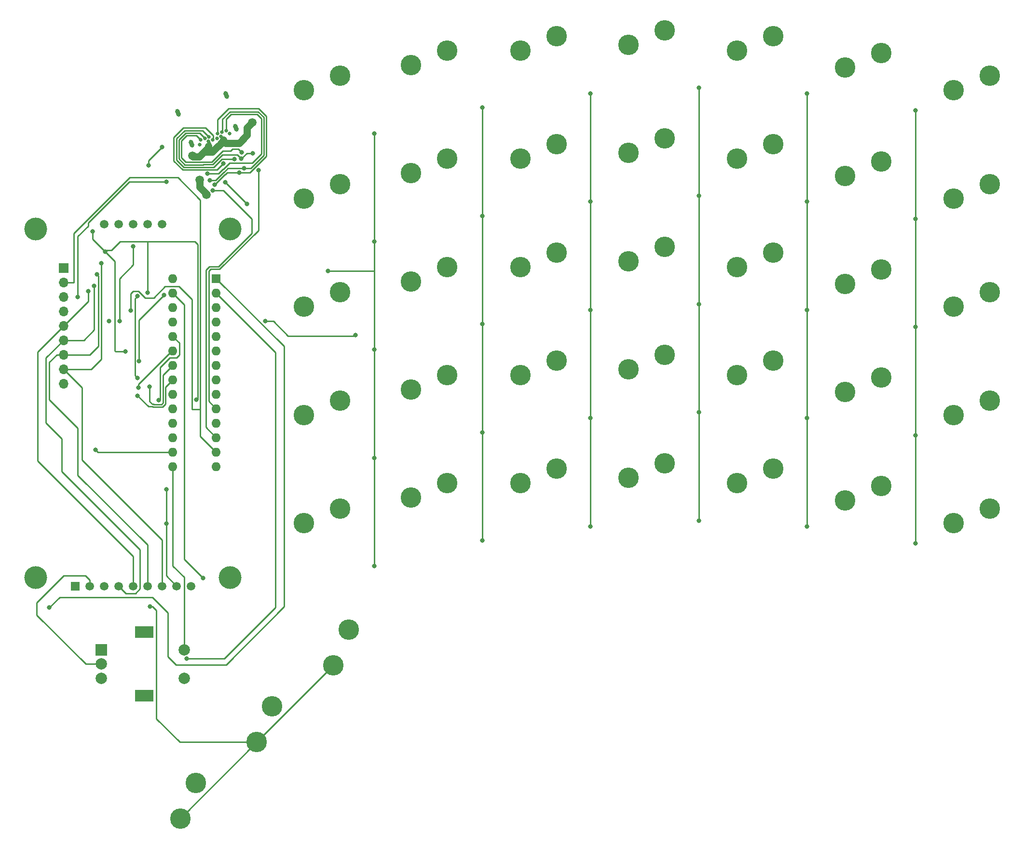
<source format=gbr>
%TF.GenerationSoftware,KiCad,Pcbnew,(6.0.7-1)-1*%
%TF.CreationDate,2022-10-21T15:59:20-04:00*%
%TF.ProjectId,Splitboard-B,53706c69-7462-46f6-9172-642d422e6b69,rev?*%
%TF.SameCoordinates,Original*%
%TF.FileFunction,Copper,L1,Top*%
%TF.FilePolarity,Positive*%
%FSLAX46Y46*%
G04 Gerber Fmt 4.6, Leading zero omitted, Abs format (unit mm)*
G04 Created by KiCad (PCBNEW (6.0.7-1)-1) date 2022-10-21 15:59:20*
%MOMM*%
%LPD*%
G01*
G04 APERTURE LIST*
G04 Aperture macros list*
%AMHorizOval*
0 Thick line with rounded ends*
0 $1 width*
0 $2 $3 position (X,Y) of the first rounded end (center of the circle)*
0 $4 $5 position (X,Y) of the second rounded end (center of the circle)*
0 Add line between two ends*
20,1,$1,$2,$3,$4,$5,0*
0 Add two circle primitives to create the rounded ends*
1,1,$1,$2,$3*
1,1,$1,$4,$5*%
G04 Aperture macros list end*
%TA.AperFunction,ComponentPad*%
%ADD10C,3.600000*%
%TD*%
%TA.AperFunction,ComponentPad*%
%ADD11C,4.000000*%
%TD*%
%TA.AperFunction,ComponentPad*%
%ADD12R,1.500000X1.500000*%
%TD*%
%TA.AperFunction,ComponentPad*%
%ADD13C,1.500000*%
%TD*%
%TA.AperFunction,ComponentPad*%
%ADD14R,2.000000X2.000000*%
%TD*%
%TA.AperFunction,ComponentPad*%
%ADD15C,2.000000*%
%TD*%
%TA.AperFunction,ComponentPad*%
%ADD16R,3.200000X2.000000*%
%TD*%
%TA.AperFunction,ComponentPad*%
%ADD17R,1.700000X1.700000*%
%TD*%
%TA.AperFunction,ComponentPad*%
%ADD18O,1.700000X1.700000*%
%TD*%
%TA.AperFunction,ComponentPad*%
%ADD19R,1.600000X1.600000*%
%TD*%
%TA.AperFunction,ComponentPad*%
%ADD20O,1.600000X1.600000*%
%TD*%
%TA.AperFunction,ComponentPad*%
%ADD21C,0.650000*%
%TD*%
%TA.AperFunction,ComponentPad*%
%ADD22HorizOval,0.800000X-0.102606X0.281908X0.102606X-0.281908X0*%
%TD*%
%TA.AperFunction,ViaPad*%
%ADD23C,0.800000*%
%TD*%
%TA.AperFunction,ViaPad*%
%ADD24C,1.500000*%
%TD*%
%TA.AperFunction,Conductor*%
%ADD25C,0.250000*%
%TD*%
%TA.AperFunction,Conductor*%
%ADD26C,1.250000*%
%TD*%
G04 APERTURE END LIST*
D10*
%TO.P,K28,1*%
%TO.N,/col3*%
X215190000Y-99460000D03*
%TO.P,K28,2*%
%TO.N,Net-(D28-Pad2)*%
X221540000Y-96920000D03*
%TD*%
%TO.P,K11,1*%
%TO.N,/col1*%
X158190000Y-53460000D03*
%TO.P,K11,2*%
%TO.N,Net-(D11-Pad2)*%
X164540000Y-50920000D03*
%TD*%
D11*
%TO.P,U1,*%
%TO.N,*%
X54110000Y-128000000D03*
X54110000Y-66800000D03*
X88210000Y-66800000D03*
X88210000Y-128000000D03*
D12*
%TO.P,U1,1,VCC*%
%TO.N,VBUS*%
X61000000Y-129500000D03*
D13*
%TO.P,U1,2,GND*%
%TO.N,GND*%
X63540000Y-129500000D03*
%TO.P,U1,3,~{CS}*%
%TO.N,/LCD2_CS*%
X66080000Y-129500000D03*
%TO.P,U1,4,RESET*%
%TO.N,/LCD2_RST*%
X68620000Y-129500000D03*
%TO.P,U1,5,D/~{C}*%
%TO.N,/LCD2_DC*%
X71160000Y-129500000D03*
%TO.P,U1,6,MOSI*%
%TO.N,/MOSI*%
X73700000Y-129500000D03*
%TO.P,U1,7,SCK*%
%TO.N,/SCK*%
X76240000Y-129500000D03*
%TO.P,U1,8,LED*%
%TO.N,+3.3V*%
X78780000Y-129500000D03*
%TO.P,U1,9,MISO*%
%TO.N,unconnected-(U1-Pad9)*%
X81320000Y-129500000D03*
%TO.P,U1,10,SD_CS*%
%TO.N,unconnected-(U1-Pad10)*%
X66080000Y-65980000D03*
%TO.P,U1,11,SD_MOSI*%
%TO.N,unconnected-(U1-Pad11)*%
X68620000Y-65980000D03*
%TO.P,U1,12,SD_MISO*%
%TO.N,unconnected-(U1-Pad12)*%
X71160000Y-65980000D03*
%TO.P,U1,13,SD_SCK*%
%TO.N,unconnected-(U1-Pad13)*%
X73700000Y-65980000D03*
%TO.P,U1,14,FLASH_CD*%
%TO.N,unconnected-(U1-Pad14)*%
X76240000Y-65980000D03*
%TD*%
D10*
%TO.P,K33,1*%
%TO.N,/col4*%
X177190000Y-111460000D03*
%TO.P,K33,2*%
%TO.N,Net-(D33-Pad2)*%
X183540000Y-108920000D03*
%TD*%
%TO.P,K20,1*%
%TO.N,/col2*%
X196190000Y-76460000D03*
%TO.P,K20,2*%
%TO.N,Net-(D20-Pad2)*%
X202540000Y-73920000D03*
%TD*%
%TO.P,K13,1*%
%TO.N,/col1*%
X196190000Y-57460000D03*
%TO.P,K13,2*%
%TO.N,Net-(D13-Pad2)*%
X202540000Y-54920000D03*
%TD*%
%TO.P,K7,1*%
%TO.N,/col0*%
X215190000Y-42460000D03*
%TO.P,K7,2*%
%TO.N,Net-(D7-Pad2)*%
X221540000Y-39920000D03*
%TD*%
%TO.P,K17,1*%
%TO.N,/col2*%
X139190000Y-73460000D03*
%TO.P,K17,2*%
%TO.N,Net-(D17-Pad2)*%
X145540000Y-70920000D03*
%TD*%
%TO.P,K16,1*%
%TO.N,/col2*%
X120000000Y-76000000D03*
%TO.P,K16,2*%
%TO.N,Net-(D16-Pad2)*%
X126350000Y-73460000D03*
%TD*%
%TO.P,K37,1*%
%TO.N,/col5*%
X92905137Y-156898026D03*
%TO.P,K37,2*%
%TO.N,Net-(D37-Pad2)*%
X95599214Y-150611846D03*
%TD*%
%TO.P,K2,1*%
%TO.N,/col0*%
X120000000Y-38000000D03*
%TO.P,K2,2*%
%TO.N,Net-(D2-Pad2)*%
X126350000Y-35460000D03*
%TD*%
%TO.P,K38,1*%
%TO.N,/col5*%
X106340166Y-143462997D03*
%TO.P,K38,2*%
%TO.N,Net-(D38-Pad2)*%
X109034243Y-137176817D03*
%TD*%
%TO.P,K5,1*%
%TO.N,/col0*%
X177190000Y-35460000D03*
%TO.P,K5,2*%
%TO.N,Net-(D5-Pad2)*%
X183540000Y-32920000D03*
%TD*%
%TO.P,K9,1*%
%TO.N,/col1*%
X120000000Y-57000000D03*
%TO.P,K9,2*%
%TO.N,Net-(D9-Pad2)*%
X126350000Y-54460000D03*
%TD*%
%TO.P,K32,1*%
%TO.N,/col4*%
X158190000Y-110460000D03*
%TO.P,K32,2*%
%TO.N,Net-(D32-Pad2)*%
X164540000Y-107920000D03*
%TD*%
%TO.P,K1,1*%
%TO.N,/col0*%
X101190000Y-42460000D03*
%TO.P,K1,2*%
%TO.N,Net-(D1-Pad2)*%
X107540000Y-39920000D03*
%TD*%
%TO.P,K26,1*%
%TO.N,/col3*%
X177190000Y-92460000D03*
%TO.P,K26,2*%
%TO.N,Net-(D26-Pad2)*%
X183540000Y-89920000D03*
%TD*%
D14*
%TO.P,SW1,A,A*%
%TO.N,Net-(R4-Pad2)*%
X65650000Y-140700000D03*
D15*
%TO.P,SW1,B,B*%
%TO.N,Net-(R6-Pad2)*%
X65650000Y-145700000D03*
%TO.P,SW1,C,C*%
%TO.N,GND*%
X65650000Y-143200000D03*
D16*
%TO.P,SW1,MP*%
%TO.N,N/C*%
X73150000Y-148800000D03*
X73150000Y-137600000D03*
D15*
%TO.P,SW1,S1,S1*%
%TO.N,/ENC_SW*%
X80150000Y-145700000D03*
%TO.P,SW1,S2,S2*%
%TO.N,GND*%
X80150000Y-140700000D03*
%TD*%
D10*
%TO.P,K4,1*%
%TO.N,/col0*%
X158190000Y-34460000D03*
%TO.P,K4,2*%
%TO.N,Net-(D4-Pad2)*%
X164540000Y-31920000D03*
%TD*%
%TO.P,K34,1*%
%TO.N,/col4*%
X196190000Y-114460000D03*
%TO.P,K34,2*%
%TO.N,Net-(D34-Pad2)*%
X202540000Y-111920000D03*
%TD*%
%TO.P,K30,1*%
%TO.N,/col4*%
X120000000Y-114000000D03*
%TO.P,K30,2*%
%TO.N,Net-(D30-Pad2)*%
X126350000Y-111460000D03*
%TD*%
%TO.P,K14,1*%
%TO.N,/col1*%
X215190000Y-61460000D03*
%TO.P,K14,2*%
%TO.N,Net-(D14-Pad2)*%
X221540000Y-58920000D03*
%TD*%
%TO.P,K12,1*%
%TO.N,/col1*%
X177190000Y-54460000D03*
%TO.P,K12,2*%
%TO.N,Net-(D12-Pad2)*%
X183540000Y-51920000D03*
%TD*%
%TO.P,K22,1*%
%TO.N,/col3*%
X101190000Y-99460000D03*
%TO.P,K22,2*%
%TO.N,Net-(D22-Pad2)*%
X107540000Y-96920000D03*
%TD*%
%TO.P,K6,1*%
%TO.N,/col0*%
X196190000Y-38460000D03*
%TO.P,K6,2*%
%TO.N,Net-(D6-Pad2)*%
X202540000Y-35920000D03*
%TD*%
%TO.P,K8,1*%
%TO.N,/col1*%
X101190000Y-61460000D03*
%TO.P,K8,2*%
%TO.N,Net-(D8-Pad2)*%
X107540000Y-58920000D03*
%TD*%
%TO.P,K18,1*%
%TO.N,/col2*%
X158190000Y-72460000D03*
%TO.P,K18,2*%
%TO.N,Net-(D18-Pad2)*%
X164540000Y-69920000D03*
%TD*%
%TO.P,K15,1*%
%TO.N,/col2*%
X101190000Y-80460000D03*
%TO.P,K15,2*%
%TO.N,Net-(D15-Pad2)*%
X107540000Y-77920000D03*
%TD*%
%TO.P,K21,1*%
%TO.N,/col2*%
X215190000Y-80460000D03*
%TO.P,K21,2*%
%TO.N,Net-(D21-Pad2)*%
X221540000Y-77920000D03*
%TD*%
%TO.P,K19,1*%
%TO.N,/col2*%
X177190000Y-73460000D03*
%TO.P,K19,2*%
%TO.N,Net-(D19-Pad2)*%
X183540000Y-70920000D03*
%TD*%
%TO.P,K25,1*%
%TO.N,/col3*%
X158190000Y-91460000D03*
%TO.P,K25,2*%
%TO.N,Net-(D25-Pad2)*%
X164540000Y-88920000D03*
%TD*%
%TO.P,K10,1*%
%TO.N,/col1*%
X139190000Y-54460000D03*
%TO.P,K10,2*%
%TO.N,Net-(D10-Pad2)*%
X145540000Y-51920000D03*
%TD*%
%TO.P,K31,1*%
%TO.N,/col4*%
X139190000Y-111460000D03*
%TO.P,K31,2*%
%TO.N,Net-(D31-Pad2)*%
X145540000Y-108920000D03*
%TD*%
%TO.P,K23,1*%
%TO.N,/col3*%
X120000000Y-95000000D03*
%TO.P,K23,2*%
%TO.N,Net-(D23-Pad2)*%
X126350000Y-92460000D03*
%TD*%
%TO.P,K29,1*%
%TO.N,/col4*%
X101190000Y-118460000D03*
%TO.P,K29,2*%
%TO.N,Net-(D29-Pad2)*%
X107540000Y-115920000D03*
%TD*%
%TO.P,K24,1*%
%TO.N,/col3*%
X139190000Y-92460000D03*
%TO.P,K24,2*%
%TO.N,Net-(D24-Pad2)*%
X145540000Y-89920000D03*
%TD*%
%TO.P,K36,1*%
%TO.N,/col5*%
X79470108Y-170333054D03*
%TO.P,K36,2*%
%TO.N,Net-(D36-Pad2)*%
X82164185Y-164046874D03*
%TD*%
%TO.P,K35,1*%
%TO.N,/col4*%
X215190000Y-118460000D03*
%TO.P,K35,2*%
%TO.N,Net-(D35-Pad2)*%
X221540000Y-115920000D03*
%TD*%
%TO.P,K27,1*%
%TO.N,/col3*%
X196190000Y-95460000D03*
%TO.P,K27,2*%
%TO.N,Net-(D27-Pad2)*%
X202540000Y-92920000D03*
%TD*%
%TO.P,K3,1*%
%TO.N,/col0*%
X139190000Y-35460000D03*
%TO.P,K3,2*%
%TO.N,Net-(D3-Pad2)*%
X145540000Y-32920000D03*
%TD*%
D17*
%TO.P,J2,1,Pin_1*%
%TO.N,+3.3V*%
X58975000Y-73650000D03*
D18*
%TO.P,J2,2,Pin_2*%
%TO.N,/SCL*%
X58975000Y-76190000D03*
%TO.P,J2,3,Pin_3*%
%TO.N,/SDA*%
X58975000Y-78730000D03*
%TO.P,J2,4,Pin_4*%
%TO.N,/LCD2_CS*%
X58975000Y-81270000D03*
%TO.P,J2,5,Pin_5*%
%TO.N,/LCD2_DC*%
X58975000Y-83810000D03*
%TO.P,J2,6,Pin_6*%
%TO.N,/LCD2_RST*%
X58975000Y-86350000D03*
%TO.P,J2,7,Pin_7*%
%TO.N,/MOSI*%
X58975000Y-88890000D03*
%TO.P,J2,8,Pin_8*%
%TO.N,/SCK*%
X58975000Y-91430000D03*
%TO.P,J2,9,Pin_9*%
%TO.N,GND*%
X58975000Y-93970000D03*
%TD*%
D19*
%TO.P,U2,1,GPB0*%
%TO.N,Net-(R9-Pad2)*%
X85800000Y-75500000D03*
D20*
%TO.P,U2,2,GPB1*%
%TO.N,Net-(R10-Pad2)*%
X85800000Y-78040000D03*
%TO.P,U2,3,GPB2*%
%TO.N,Net-(R11-Pad2)*%
X85800000Y-80580000D03*
%TO.P,U2,4,GPB3*%
%TO.N,Net-(R12-Pad2)*%
X85800000Y-83120000D03*
%TO.P,U2,5,GPB4*%
%TO.N,Net-(R13-Pad2)*%
X85800000Y-85660000D03*
%TO.P,U2,6,GPB5*%
%TO.N,Net-(R14-Pad2)*%
X85800000Y-88200000D03*
%TO.P,U2,7,GPB6*%
%TO.N,Net-(R15-Pad2)*%
X85800000Y-90740000D03*
%TO.P,U2,8,GPB7*%
%TO.N,Net-(R16-Pad2)*%
X85800000Y-93280000D03*
%TO.P,U2,9,VDD*%
%TO.N,+3.3V*%
X85800000Y-95820000D03*
%TO.P,U2,10,VSS*%
%TO.N,GND*%
X85800000Y-98360000D03*
%TO.P,U2,11,NC*%
%TO.N,unconnected-(U2-Pad11)*%
X85800000Y-100900000D03*
%TO.P,U2,12,SCK*%
%TO.N,/SDA*%
X85800000Y-103440000D03*
%TO.P,U2,13,SDA*%
%TO.N,/SCL*%
X85800000Y-105980000D03*
%TO.P,U2,14,NC*%
%TO.N,unconnected-(U2-Pad14)*%
X85800000Y-108520000D03*
%TO.P,U2,15,A0*%
%TO.N,GND*%
X78180000Y-108520000D03*
%TO.P,U2,16,A1*%
X78180000Y-105980000D03*
%TO.P,U2,17,A2*%
X78180000Y-103440000D03*
%TO.P,U2,18,~{RESET}*%
%TO.N,+3.3V*%
X78180000Y-100900000D03*
%TO.P,U2,19,INTB*%
%TO.N,unconnected-(U2-Pad19)*%
X78180000Y-98360000D03*
%TO.P,U2,20,INTA*%
%TO.N,unconnected-(U2-Pad20)*%
X78180000Y-95820000D03*
%TO.P,U2,21,GPA0*%
%TO.N,Net-(R23-Pad1)*%
X78180000Y-93280000D03*
%TO.P,U2,22,GPA1*%
%TO.N,Net-(R22-Pad1)*%
X78180000Y-90740000D03*
%TO.P,U2,23,GPA2*%
%TO.N,Net-(R21-Pad1)*%
X78180000Y-88200000D03*
%TO.P,U2,24,GPA3*%
%TO.N,Net-(R20-Pad1)*%
X78180000Y-85660000D03*
%TO.P,U2,25,GPA4*%
%TO.N,Net-(R19-Pad1)*%
X78180000Y-83120000D03*
%TO.P,U2,26,GPA5*%
%TO.N,Net-(R18-Pad1)*%
X78180000Y-80580000D03*
%TO.P,U2,27,GPA6*%
%TO.N,Net-(R8-Pad2)*%
X78180000Y-78040000D03*
%TO.P,U2,28,GPA7*%
%TO.N,Net-(R17-Pad2)*%
X78180000Y-75500000D03*
%TD*%
D21*
%TO.P,J1,B1,GND*%
%TO.N,GND*%
X88150034Y-50028603D03*
%TO.P,J1,B2,TX2+*%
%TO.N,Net-(J1-PadA2)*%
X87534743Y-49507626D03*
%TO.P,J1,B3,TX2-*%
%TO.N,Net-(J1-PadA3)*%
X86782989Y-49781243D03*
%TO.P,J1,B4,VBUS*%
%TO.N,VBUS*%
X86646526Y-50575835D03*
%TO.P,J1,B5,CC2*%
%TO.N,Net-(J1-PadA5)*%
X86031235Y-50054859D03*
%TO.P,J1,B6,D+*%
%TO.N,Net-(J1-PadA6)*%
X85894772Y-50849452D03*
%TO.P,J1,B7,D-*%
%TO.N,Net-(J1-PadA7)*%
X85143018Y-51123068D03*
%TO.P,J1,B8,SBU2*%
%TO.N,Net-(J1-PadA8)*%
X84527727Y-50602091D03*
%TO.P,J1,B9,VBUS*%
%TO.N,VBUS*%
X84391264Y-51396684D03*
%TO.P,J1,B10,RX1-*%
%TO.N,Net-(J1-PadA10)*%
X83775972Y-50875707D03*
%TO.P,J1,B11,RX1+*%
%TO.N,Net-(J1-PadA11)*%
X83024218Y-51149323D03*
%TO.P,J1,B12,GND*%
%TO.N,GND*%
X82887755Y-51943916D03*
D22*
%TO.P,J1,S1,SHIELD*%
X87497883Y-43295603D03*
X79059443Y-46366943D03*
X89194613Y-49009901D03*
X81432752Y-51834987D03*
%TD*%
D23*
%TO.N,/row0*%
X113500000Y-107000000D03*
X113500000Y-69000000D03*
X113500000Y-50000000D03*
X105400000Y-74200000D03*
X113495278Y-125998054D03*
X113500000Y-88000000D03*
%TO.N,/row1*%
X132500000Y-45500000D03*
X94400000Y-83000000D03*
X132500000Y-121500000D03*
X132500000Y-102500000D03*
X132500000Y-64500000D03*
X132500000Y-83500000D03*
X110200000Y-85400000D03*
%TO.N,/row2*%
X151500000Y-81000000D03*
X151500000Y-62000000D03*
X151500000Y-43000000D03*
X151500000Y-100000000D03*
X151500000Y-119000000D03*
%TO.N,/row3*%
X170500000Y-80000000D03*
X170500000Y-42000000D03*
X170500000Y-61000000D03*
X170500000Y-118000000D03*
X170500000Y-99000000D03*
%TO.N,/col0*%
X72000000Y-78575500D03*
X72000000Y-93000000D03*
%TO.N,/col1*%
X72224500Y-90000000D03*
X76624500Y-78400000D03*
%TO.N,/row4*%
X189483957Y-61984389D03*
X189500000Y-81000000D03*
X189500000Y-119000000D03*
X189500000Y-43000000D03*
X189500000Y-100000000D03*
%TO.N,/row5*%
X208500000Y-46000000D03*
X208500000Y-103000000D03*
X208500000Y-122000000D03*
X208500000Y-65000000D03*
X208500000Y-84000000D03*
%TO.N,/col5*%
X74177700Y-133077700D03*
%TO.N,GND*%
X93200000Y-56500000D03*
X76300000Y-52400000D03*
X64600000Y-105600000D03*
X73900000Y-55600000D03*
%TO.N,+3.3V*%
X77000000Y-118500000D03*
X69800000Y-88312500D03*
X66300000Y-70800000D03*
X82275500Y-96800000D03*
X73700000Y-78000000D03*
X77000000Y-112500000D03*
X64100000Y-67200000D03*
D24*
%TO.N,VBUS*%
X92100000Y-48100000D03*
X81600000Y-53975500D03*
X84075491Y-60754936D03*
X82900000Y-58125500D03*
D23*
%TO.N,Net-(J1-PadA2)*%
X84203486Y-57100000D03*
%TO.N,/LCD2_RST*%
X64375500Y-76800000D03*
%TO.N,/MOSI*%
X64875500Y-74800000D03*
%TO.N,/SDA*%
X61500000Y-78700000D03*
X85200000Y-60000000D03*
X67000000Y-83000000D03*
X77000000Y-58499500D03*
%TO.N,/SCL*%
X70775500Y-81112500D03*
%TO.N,/SCK*%
X65600000Y-72800000D03*
%TO.N,/LCD2_DC*%
X63300000Y-77700000D03*
%TO.N,Net-(J1-PadA3)*%
X90650000Y-56150000D03*
X84653486Y-58216480D03*
%TO.N,Net-(J1-PadA5)*%
X85500500Y-59046742D03*
X89800000Y-56900000D03*
%TO.N,Net-(J1-PadA6)*%
X71200000Y-69849500D03*
X68800000Y-83000000D03*
%TO.N,Net-(J1-PadA7)*%
X87400000Y-58600000D03*
X91200000Y-62400000D03*
X87000000Y-55300000D03*
%TO.N,Net-(J1-PadA8)*%
X88964300Y-54496936D03*
%TO.N,Net-(J1-PadA10)*%
X90200000Y-54475500D03*
X92200000Y-53500000D03*
%TO.N,Net-(J1-PadA11)*%
X90275451Y-53375451D03*
%TO.N,Net-(R8-Pad2)*%
X83500000Y-128100000D03*
%TO.N,Net-(R9-Pad2)*%
X56500000Y-133300000D03*
%TO.N,Net-(R10-Pad2)*%
X80600000Y-142275500D03*
%TO.N,Net-(R20-Pad1)*%
X75725500Y-96875500D03*
%TO.N,Net-(R21-Pad1)*%
X72100000Y-94700000D03*
%TO.N,Net-(R22-Pad1)*%
X74100000Y-94500000D03*
%TO.N,Net-(R23-Pad1)*%
X72000000Y-96100000D03*
%TD*%
D25*
%TO.N,/row0*%
X113400000Y-74200000D02*
X113500000Y-74100000D01*
X105400000Y-74200000D02*
X113400000Y-74200000D01*
X113500000Y-88000000D02*
X113500000Y-107000000D01*
X113500000Y-74100000D02*
X113500000Y-88000000D01*
X113500000Y-50000000D02*
X113500000Y-69000000D01*
X113500000Y-69000000D02*
X113500000Y-74100000D01*
X113500000Y-107000000D02*
X113500000Y-126000000D01*
%TO.N,/row1*%
X132500000Y-64500000D02*
X132500000Y-83500000D01*
X132500000Y-45500000D02*
X132500000Y-64500000D01*
X132500000Y-102500000D02*
X132500000Y-121500000D01*
X94400000Y-83000000D02*
X95800000Y-83000000D01*
X95800000Y-83000000D02*
X98400000Y-85600000D01*
X98400000Y-85600000D02*
X110000000Y-85600000D01*
X110000000Y-85600000D02*
X110200000Y-85400000D01*
X132500000Y-83500000D02*
X132500000Y-102500000D01*
%TO.N,/row2*%
X151500000Y-100000000D02*
X151500000Y-119000000D01*
X151500000Y-81000000D02*
X151500000Y-100000000D01*
X151500000Y-62000000D02*
X151500000Y-81000000D01*
X151500000Y-43000000D02*
X151500000Y-62000000D01*
%TO.N,/row3*%
X170500000Y-61000000D02*
X170500000Y-80000000D01*
X170500000Y-99000000D02*
X170500000Y-118000000D01*
X170500000Y-80000000D02*
X170500000Y-99000000D01*
X170500000Y-42000000D02*
X170500000Y-61000000D01*
%TO.N,/col0*%
X71500000Y-92500000D02*
X72000000Y-93000000D01*
X71500000Y-79075500D02*
X71500000Y-92500000D01*
X72000000Y-78575500D02*
X71500000Y-79075500D01*
%TO.N,/col1*%
X72224500Y-82800000D02*
X72224500Y-90000000D01*
X76624500Y-78400000D02*
X72224500Y-82800000D01*
%TO.N,/row4*%
X189483957Y-61984389D02*
X189483957Y-80984389D01*
X189500000Y-81000000D02*
X189500000Y-100000000D01*
X189500000Y-43000000D02*
X189500000Y-62000000D01*
X189500000Y-100000000D02*
X189500000Y-119000000D01*
%TO.N,/row5*%
X208500000Y-65000000D02*
X208500000Y-84000000D01*
X208500000Y-46000000D02*
X208500000Y-65000000D01*
X208500000Y-103000000D02*
X208500000Y-122000000D01*
X208500000Y-84000000D02*
X208500000Y-103000000D01*
%TO.N,/col5*%
X79398026Y-156898026D02*
X92905137Y-156898026D01*
X74577700Y-133077700D02*
X75300000Y-133800000D01*
X75300000Y-152800000D02*
X79398026Y-156898026D01*
X75300000Y-133800000D02*
X75300000Y-152800000D01*
X106340166Y-143462997D02*
X92905137Y-156898026D01*
X74177700Y-133077700D02*
X74577700Y-133077700D01*
X92905137Y-156898026D02*
X79470108Y-170333054D01*
%TO.N,GND*%
X93200000Y-67036396D02*
X93200000Y-56500000D01*
X84450000Y-97010000D02*
X84450000Y-74186396D01*
X62900000Y-143200000D02*
X65650000Y-143200000D01*
X59000000Y-127700000D02*
X54300000Y-132400000D01*
X64600000Y-105600000D02*
X64980000Y-105980000D01*
X63540000Y-128440000D02*
X62800000Y-127700000D01*
X85800000Y-98360000D02*
X84450000Y-97010000D01*
X54300000Y-134600000D02*
X62900000Y-143200000D01*
X80150000Y-140700000D02*
X80150000Y-127950000D01*
X84450000Y-74186396D02*
X84786396Y-73850000D01*
X64980000Y-105980000D02*
X78180000Y-105980000D01*
X84786396Y-73850000D02*
X84900000Y-73850000D01*
X73900000Y-54800000D02*
X73900000Y-55600000D01*
X62800000Y-127700000D02*
X59000000Y-127700000D01*
X78180000Y-125980000D02*
X78180000Y-108520000D01*
X54300000Y-132400000D02*
X54300000Y-134600000D01*
X86386396Y-73850000D02*
X93200000Y-67036396D01*
X76300000Y-52400000D02*
X73900000Y-54800000D01*
X84900000Y-73850000D02*
X86386396Y-73850000D01*
X63540000Y-129500000D02*
X63540000Y-128440000D01*
X80150000Y-127950000D02*
X78180000Y-125980000D01*
%TO.N,+3.3V*%
X82500000Y-96575500D02*
X82500000Y-69500000D01*
X82500000Y-69500000D02*
X82000000Y-69000000D01*
X66300000Y-70800000D02*
X68000000Y-72500000D01*
X68112500Y-88312500D02*
X69800000Y-88312500D01*
X77000000Y-127720000D02*
X77000000Y-118500000D01*
X73700000Y-69000000D02*
X68900000Y-69000000D01*
X64100000Y-67200000D02*
X64100000Y-68600000D01*
X77000000Y-118500000D02*
X77000000Y-112500000D01*
X68000000Y-88200000D02*
X68112500Y-88312500D01*
X73700000Y-78000000D02*
X73700000Y-69000000D01*
X68000000Y-72500000D02*
X68000000Y-88200000D01*
X66000000Y-70500000D02*
X66300000Y-70800000D01*
X82000000Y-69000000D02*
X73700000Y-69000000D01*
X64100000Y-68600000D02*
X66000000Y-70500000D01*
X82275500Y-96800000D02*
X82500000Y-96575500D01*
X68900000Y-69000000D02*
X67400000Y-70500000D01*
X67400000Y-70500000D02*
X66000000Y-70500000D01*
X78780000Y-129500000D02*
X77000000Y-127720000D01*
D26*
%TO.N,VBUS*%
X87418974Y-51700000D02*
X87044772Y-51325798D01*
X83650000Y-53250000D02*
X85068069Y-53250000D01*
D25*
X84391264Y-51396684D02*
X84767648Y-51773068D01*
D26*
X84400000Y-52500000D02*
X84400000Y-52218069D01*
X84400000Y-52218069D02*
X84391264Y-52218069D01*
X87055033Y-51100000D02*
X87055033Y-51300000D01*
X81600000Y-54000000D02*
X81700000Y-54100000D01*
X89800000Y-51700000D02*
X87418974Y-51700000D01*
X92100000Y-48100000D02*
X91200000Y-49000000D01*
X91200000Y-50300000D02*
X89800000Y-51700000D01*
X91200000Y-49000000D02*
X91200000Y-50300000D01*
X87044772Y-51325798D02*
X87044772Y-51100000D01*
X86100000Y-52218069D02*
X86152501Y-52218069D01*
X82900000Y-59432412D02*
X84075491Y-60607903D01*
X81700000Y-54100000D02*
X82800000Y-54100000D01*
X83650000Y-53250000D02*
X84400000Y-52500000D01*
X84075491Y-60607903D02*
X84075491Y-60754936D01*
X87044772Y-51100000D02*
X87055033Y-51100000D01*
X86152501Y-52218069D02*
X87044772Y-51325798D01*
X82900000Y-58125500D02*
X82900000Y-59432412D01*
X81600000Y-53975500D02*
X81600000Y-54000000D01*
X82800000Y-54100000D02*
X83650000Y-53250000D01*
X85068069Y-53250000D02*
X86100000Y-52218069D01*
D25*
%TO.N,Net-(J1-PadA2)*%
X88663995Y-55221936D02*
X89264605Y-55221936D01*
X86992647Y-56332658D02*
X88125305Y-55200000D01*
X93700000Y-47372792D02*
X92977208Y-46650000D01*
X84203486Y-57100000D02*
X86174450Y-57100000D01*
X88386396Y-46650000D02*
X87534743Y-47501653D01*
X93700000Y-53600000D02*
X93700000Y-47372792D01*
X88125305Y-55200000D02*
X88642059Y-55200000D01*
X89264605Y-55221936D02*
X89286541Y-55200000D01*
X88642059Y-55200000D02*
X88663995Y-55221936D01*
X92100000Y-55200000D02*
X93700000Y-53600000D01*
X92977208Y-46650000D02*
X88386396Y-46650000D01*
X87534743Y-47501653D02*
X87534743Y-49507626D01*
X89286541Y-55200000D02*
X92100000Y-55200000D01*
X86941792Y-56332658D02*
X86992647Y-56332658D01*
X86174450Y-57100000D02*
X86941792Y-56332658D01*
%TO.N,/LCD2_RST*%
X68620000Y-129500000D02*
X69920000Y-130800000D01*
X62550000Y-86350000D02*
X58975000Y-86350000D01*
X58700000Y-109400000D02*
X58700000Y-103600000D01*
X55900000Y-89425000D02*
X58975000Y-86350000D01*
X64375500Y-76800000D02*
X64375500Y-84524500D01*
X69920000Y-130800000D02*
X71600000Y-130800000D01*
X55900000Y-100800000D02*
X55900000Y-89425000D01*
X72400000Y-123100000D02*
X58700000Y-109400000D01*
X72400000Y-130000000D02*
X72400000Y-123100000D01*
X71600000Y-130800000D02*
X72400000Y-130000000D01*
X64375500Y-84524500D02*
X62550000Y-86350000D01*
X58700000Y-103600000D02*
X55900000Y-100800000D01*
%TO.N,/MOSI*%
X65100000Y-87400000D02*
X63610000Y-88890000D01*
X73700000Y-129500000D02*
X73700000Y-122300000D01*
X73700000Y-122300000D02*
X61500000Y-110100000D01*
X56500000Y-96800000D02*
X56500000Y-90200000D01*
X56500000Y-90200000D02*
X57810000Y-88890000D01*
X65100000Y-75024500D02*
X65100000Y-87400000D01*
X63610000Y-88890000D02*
X58975000Y-88890000D01*
X61500000Y-101800000D02*
X56500000Y-96800000D01*
X64875500Y-74800000D02*
X65100000Y-75024500D01*
X61500000Y-110100000D02*
X61500000Y-101800000D01*
X57810000Y-88890000D02*
X58975000Y-88890000D01*
%TO.N,/SDA*%
X86200000Y-73400000D02*
X84600000Y-73400000D01*
X63300000Y-66300000D02*
X63300000Y-65700000D01*
X92000000Y-67600000D02*
X86200000Y-73400000D01*
X84000000Y-74000000D02*
X84000000Y-101640000D01*
X84600000Y-73400000D02*
X84000000Y-74000000D01*
X87000000Y-60000000D02*
X92000000Y-65000000D01*
X92000000Y-65000000D02*
X92000000Y-67600000D01*
X61500000Y-68100000D02*
X63300000Y-66300000D01*
X84000000Y-101640000D02*
X85800000Y-103440000D01*
X76999500Y-58500000D02*
X77000000Y-58499500D01*
X85200000Y-60000000D02*
X87000000Y-60000000D01*
X61500000Y-78700000D02*
X61500000Y-68100000D01*
X70500000Y-58500000D02*
X76999500Y-58500000D01*
X63300000Y-65700000D02*
X70500000Y-58500000D01*
%TO.N,/SCL*%
X70775500Y-81112500D02*
X70775500Y-78124500D01*
X85800000Y-105980000D02*
X83000000Y-103180000D01*
X60800000Y-67563604D02*
X60800000Y-76190000D01*
X83000000Y-98500000D02*
X83000000Y-61700000D01*
X70775500Y-78124500D02*
X71200000Y-77700000D01*
X60800000Y-76190000D02*
X58975000Y-76190000D01*
X70588604Y-57775000D02*
X60800000Y-67563604D01*
X76800000Y-76900000D02*
X79200000Y-76900000D01*
X83000000Y-103180000D02*
X83000000Y-98500000D01*
X79200000Y-76900000D02*
X81500000Y-79200000D01*
X79075000Y-57775000D02*
X70588604Y-57775000D01*
X81500000Y-98500000D02*
X83000000Y-98500000D01*
X81500000Y-79200000D02*
X81500000Y-98500000D01*
X74800000Y-78900000D02*
X76800000Y-76900000D01*
X72149805Y-77700000D02*
X73349805Y-78900000D01*
X83000000Y-61700000D02*
X79075000Y-57775000D01*
X73349805Y-78900000D02*
X74800000Y-78900000D01*
X71200000Y-77700000D02*
X72149805Y-77700000D01*
%TO.N,/SCK*%
X76240000Y-129500000D02*
X76240000Y-121440000D01*
X65600000Y-72800000D02*
X65600000Y-89700000D01*
X62200000Y-107400000D02*
X62200000Y-94655000D01*
X62200000Y-94655000D02*
X58975000Y-91430000D01*
X76240000Y-121440000D02*
X62200000Y-107400000D01*
X63870000Y-91430000D02*
X58975000Y-91430000D01*
X65600000Y-89700000D02*
X63870000Y-91430000D01*
%TO.N,/LCD2_DC*%
X54400000Y-107500000D02*
X54400000Y-88385000D01*
X71160000Y-129500000D02*
X71160000Y-124260000D01*
X63300000Y-79485000D02*
X58975000Y-83810000D01*
X71160000Y-124260000D02*
X54400000Y-107500000D01*
X54400000Y-88385000D02*
X58975000Y-83810000D01*
X63300000Y-77700000D02*
X63300000Y-79485000D01*
%TO.N,Net-(J1-PadA3)*%
X87811701Y-56150000D02*
X90650000Y-56150000D01*
X85694366Y-58216480D02*
X87128188Y-56782658D01*
X87128188Y-56782658D02*
X87179043Y-56782658D01*
X91813604Y-56150000D02*
X94150000Y-53813604D01*
X94150000Y-47186396D02*
X93163604Y-46200000D01*
X90650000Y-56150000D02*
X91813604Y-56150000D01*
X86884743Y-47515257D02*
X86884743Y-49715257D01*
X87179043Y-56782658D02*
X87811701Y-56150000D01*
X88200000Y-46200000D02*
X86884743Y-47515257D01*
X93163604Y-46200000D02*
X88200000Y-46200000D01*
X84653486Y-58216480D02*
X85694366Y-58216480D01*
X94150000Y-53813604D02*
X94150000Y-47186396D01*
%TO.N,Net-(J1-PadA5)*%
X94600000Y-54000000D02*
X94600000Y-47000000D01*
X87365439Y-57232658D02*
X87698097Y-56900000D01*
X88000000Y-45600000D02*
X86031235Y-47568765D01*
X93200000Y-45600000D02*
X88000000Y-45600000D01*
X87698097Y-56900000D02*
X89800000Y-56900000D01*
X94600000Y-47000000D02*
X93200000Y-45600000D01*
X85500500Y-59046742D02*
X87314584Y-57232658D01*
X86031235Y-47568765D02*
X86031235Y-50054859D01*
X87314584Y-57232658D02*
X87365439Y-57232658D01*
X91700000Y-56900000D02*
X94600000Y-54000000D01*
X89800000Y-56900000D02*
X91700000Y-56900000D01*
%TO.N,Net-(J1-PadA6)*%
X71200000Y-73100000D02*
X68800000Y-75500000D01*
X68800000Y-75500000D02*
X68800000Y-83000000D01*
X71200000Y-69849500D02*
X71200000Y-73100000D01*
%TO.N,Net-(J1-PadA7)*%
X83894875Y-49050000D02*
X80040812Y-49050000D01*
X78350000Y-54850000D02*
X79900000Y-56400000D01*
X91200000Y-62400000D02*
X87400000Y-58600000D01*
X80040812Y-49050000D02*
X78350000Y-50740812D01*
X83878181Y-56400000D02*
X83903181Y-56375000D01*
X84528791Y-56400000D02*
X85900000Y-56400000D01*
X85244772Y-50399897D02*
X83894875Y-49050000D01*
X85900000Y-56400000D02*
X87000000Y-55300000D01*
X85244772Y-51021314D02*
X85244772Y-50399897D01*
X84503791Y-56375000D02*
X84528791Y-56400000D01*
X79900000Y-56400000D02*
X83878181Y-56400000D01*
X83903181Y-56375000D02*
X84503791Y-56375000D01*
X78350000Y-50740812D02*
X78350000Y-54850000D01*
%TO.N,Net-(J1-PadA8)*%
X84715187Y-55950000D02*
X84690187Y-55925000D01*
X80086396Y-55950000D02*
X78800000Y-54663604D01*
X84690187Y-55925000D02*
X83716785Y-55925000D01*
X83425636Y-49500000D02*
X84527727Y-50602091D01*
X88964300Y-54496936D02*
X86777759Y-54496936D01*
X85324695Y-55950000D02*
X84715187Y-55950000D01*
X78800000Y-54663604D02*
X78800000Y-50927208D01*
X86777759Y-54496936D02*
X85324695Y-55950000D01*
X80227208Y-49500000D02*
X83425636Y-49500000D01*
X83691785Y-55950000D02*
X80086396Y-55950000D01*
X78800000Y-50927208D02*
X80227208Y-49500000D01*
X83716785Y-55925000D02*
X83691785Y-55950000D01*
%TO.N,Net-(J1-PadA10)*%
X90200000Y-54475500D02*
X91175500Y-53500000D01*
X80413604Y-49950000D02*
X82850265Y-49950000D01*
X79250000Y-51113604D02*
X80413604Y-49950000D01*
X86866363Y-53771936D02*
X85163299Y-55475000D01*
X90200000Y-54475500D02*
X89496436Y-53771936D01*
X89496436Y-53771936D02*
X86866363Y-53771936D01*
X83505389Y-55500000D02*
X80272792Y-55500000D01*
X80272792Y-55500000D02*
X79250000Y-54477208D01*
X79250000Y-54477208D02*
X79250000Y-51113604D01*
X83530389Y-55475000D02*
X83505389Y-55500000D01*
X91175500Y-53500000D02*
X92200000Y-53500000D01*
X82850265Y-49950000D02*
X83775972Y-50875707D01*
X85163299Y-55475000D02*
X83530389Y-55475000D01*
%TO.N,Net-(J1-PadA11)*%
X84976903Y-55025000D02*
X83343993Y-55025000D01*
X83318993Y-55050000D02*
X80459188Y-55050000D01*
X82274895Y-50400000D02*
X83024218Y-51149323D01*
X79700000Y-51300000D02*
X80600000Y-50400000D01*
X86952400Y-53049503D02*
X84976903Y-55025000D01*
X83343993Y-55025000D02*
X83318993Y-55050000D01*
X88599695Y-52774503D02*
X88324695Y-53049503D01*
X89674503Y-52774503D02*
X88599695Y-52774503D01*
X79700000Y-54290812D02*
X79700000Y-51300000D01*
X88324695Y-53049503D02*
X86952400Y-53049503D01*
X80600000Y-50400000D02*
X82274895Y-50400000D01*
X80459188Y-55050000D02*
X79700000Y-54290812D01*
X90275451Y-53375451D02*
X89674503Y-52774503D01*
%TO.N,Net-(R8-Pad2)*%
X80200000Y-124800000D02*
X80200000Y-80060000D01*
X80200000Y-124800000D02*
X83500000Y-128100000D01*
X80200000Y-80060000D02*
X78180000Y-78040000D01*
%TO.N,Net-(R9-Pad2)*%
X77300000Y-141900000D02*
X77300000Y-134200000D01*
X78700000Y-143300000D02*
X77300000Y-141900000D01*
X58300000Y-131500000D02*
X56500000Y-133300000D01*
X97679419Y-87379419D02*
X97679419Y-133120581D01*
X85800000Y-75500000D02*
X97679419Y-87379419D01*
X87500000Y-143300000D02*
X78700000Y-143300000D01*
X77300000Y-134200000D02*
X74600000Y-131500000D01*
X58300000Y-131500000D02*
X74600000Y-131500000D01*
X87500000Y-143300000D02*
X97679419Y-133120581D01*
%TO.N,Net-(R10-Pad2)*%
X85800000Y-78040000D02*
X96200000Y-88440000D01*
X87200000Y-142275500D02*
X80600000Y-142275500D01*
X96200000Y-133275500D02*
X87200000Y-142275500D01*
X96200000Y-88440000D02*
X96200000Y-133275500D01*
%TO.N,Net-(R20-Pad1)*%
X75900000Y-96701000D02*
X75900000Y-91100000D01*
X78800000Y-89400000D02*
X79305000Y-88895000D01*
X75725500Y-96875500D02*
X75900000Y-96701000D01*
X79305000Y-86785000D02*
X78180000Y-85660000D01*
X75900000Y-91100000D02*
X77600000Y-89400000D01*
X77600000Y-89400000D02*
X78800000Y-89400000D01*
X79305000Y-88895000D02*
X79305000Y-86785000D01*
%TO.N,Net-(R21-Pad1)*%
X72100000Y-94100000D02*
X72100000Y-94700000D01*
X78000000Y-88200000D02*
X72100000Y-94100000D01*
%TO.N,Net-(R22-Pad1)*%
X76163604Y-97600000D02*
X76450000Y-97313604D01*
X76450000Y-97313604D02*
X76450000Y-92470000D01*
X74100000Y-94500000D02*
X74100000Y-97100000D01*
X74550000Y-97550000D02*
X74786396Y-97550000D01*
X76450000Y-92470000D02*
X78180000Y-90740000D01*
X74100000Y-97100000D02*
X74550000Y-97550000D01*
X74786396Y-97550000D02*
X74836396Y-97600000D01*
X74836396Y-97600000D02*
X76163604Y-97600000D01*
%TO.N,Net-(R23-Pad1)*%
X74600000Y-98000000D02*
X74650000Y-98050000D01*
X76350000Y-98050000D02*
X76900000Y-97500000D01*
X76900000Y-97500000D02*
X76900000Y-94560000D01*
X76900000Y-94560000D02*
X78180000Y-93280000D01*
X72000000Y-96100000D02*
X73900000Y-98000000D01*
X74650000Y-98050000D02*
X76350000Y-98050000D01*
X73900000Y-98000000D02*
X74600000Y-98000000D01*
%TD*%
M02*

</source>
